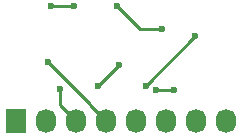
<source format=gbr>
G04 #@! TF.FileFunction,Copper,L2,Bot,Signal*
%FSLAX46Y46*%
G04 Gerber Fmt 4.6, Leading zero omitted, Abs format (unit mm)*
G04 Created by KiCad (PCBNEW 4.0.4-stable) date Monday, 28 November 2016 'PMt' 05:32:43 PM*
%MOMM*%
%LPD*%
G01*
G04 APERTURE LIST*
%ADD10C,0.100000*%
%ADD11R,1.727200X2.032000*%
%ADD12O,1.727200X2.032000*%
%ADD13C,0.600000*%
%ADD14C,0.250000*%
G04 APERTURE END LIST*
D10*
D11*
X92500000Y-129200000D03*
D12*
X95040000Y-129200000D03*
X97580000Y-129200000D03*
X100120000Y-129200000D03*
X102660000Y-129200000D03*
X105200000Y-129200000D03*
X107740000Y-129200000D03*
X110280000Y-129200000D03*
D13*
X101092000Y-119507000D03*
X104902000Y-121412000D03*
X97409000Y-119507000D03*
X95504000Y-119507000D03*
X101219000Y-124460000D03*
X99441000Y-126238000D03*
X96266000Y-126492000D03*
X95250000Y-124206000D03*
X107696000Y-122047000D03*
X103505000Y-126238000D03*
X105918000Y-126619000D03*
X104394000Y-126619000D03*
D14*
X101092000Y-119507000D02*
X102997000Y-121412000D01*
X102997000Y-121412000D02*
X104902000Y-121412000D01*
X97409000Y-119507000D02*
X95504000Y-119507000D01*
X101219000Y-124460000D02*
X99441000Y-126238000D01*
X96266000Y-126492000D02*
X96266000Y-127889000D01*
X96266000Y-127889000D02*
X97536000Y-129159000D01*
X97536000Y-129159000D02*
X97580000Y-129200000D01*
X95250000Y-124206000D02*
X98806000Y-127762000D01*
X98806000Y-127762000D02*
X98806000Y-127889000D01*
X98806000Y-127889000D02*
X100076000Y-129159000D01*
X100076000Y-129159000D02*
X100120000Y-129200000D01*
X107696000Y-122047000D02*
X103505000Y-126238000D01*
X105918000Y-126619000D02*
X104394000Y-126619000D01*
M02*

</source>
